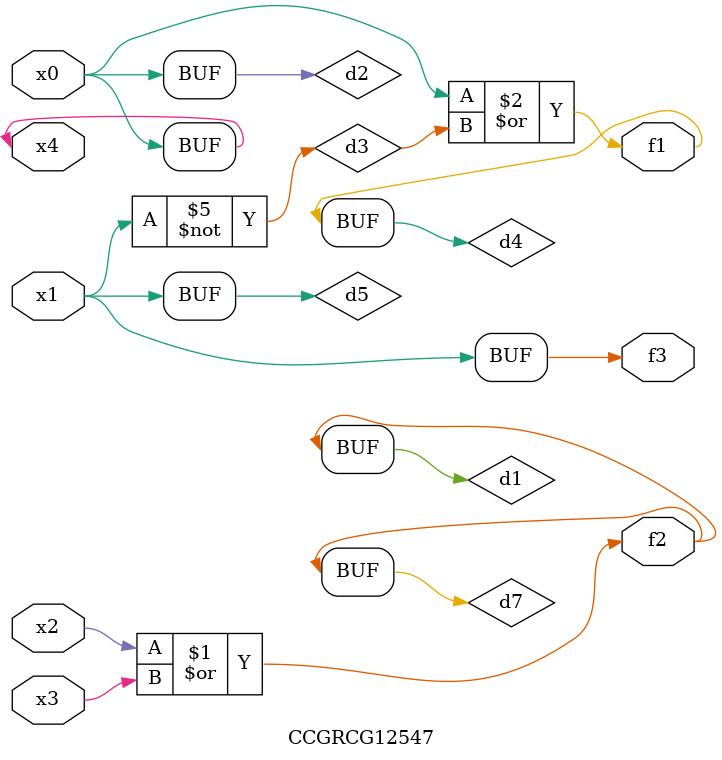
<source format=v>
module CCGRCG12547(
	input x0, x1, x2, x3, x4,
	output f1, f2, f3
);

	wire d1, d2, d3, d4, d5, d6, d7;

	or (d1, x2, x3);
	buf (d2, x0, x4);
	not (d3, x1);
	or (d4, d2, d3);
	not (d5, d3);
	nand (d6, d1, d3);
	or (d7, d1);
	assign f1 = d4;
	assign f2 = d7;
	assign f3 = d5;
endmodule

</source>
